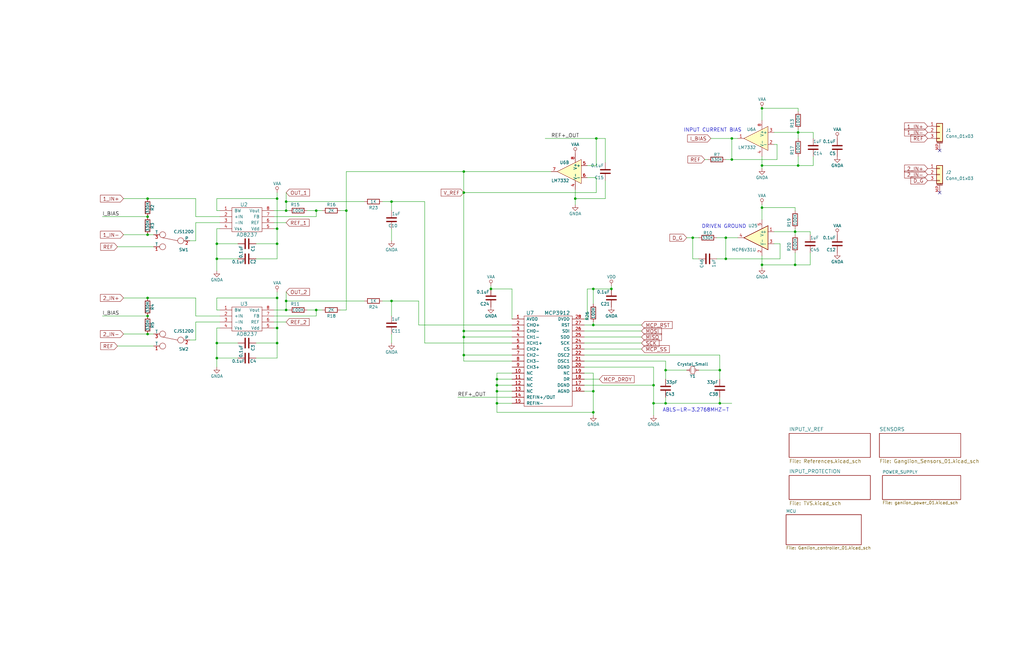
<source format=kicad_sch>
(kicad_sch (version 20250114) (generator "eeschema") (generator_version "9.0")
  (paper "B")
  (title_block (title "Ganglion") (date "2018-1-8") (rev "1.0.1") (company "OpenBCI"))
  (lib_symbols
    (symbol "Connector_Generic_MountingPin:Conn_01x03_MountingPin" (pin_names (offset 1.016) (hide yes))
      (property "Reference" "J" (at 0 5.08 0))
      (property "Value" "Conn_01x03_MountingPin" (at 1.27 -5.08 0))
      (symbol "Conn_01x03_MountingPin_1_1"
        (rectangle (start -1.27 3.81) (end 1.27 -3.81) (stroke (width 0.254)) (fill (type background)))
        (rectangle (start -1.27 2.667) (end 0 2.413) (stroke (width 0.1524)))
        (rectangle (start -1.27 0.127) (end 0 -0.127) (stroke (width 0.1524)))
        (rectangle (start -1.27 -2.413) (end 0 -2.667) (stroke (width 0.1524)))
        (polyline (pts (xy -1.016 -4.572) (xy 1.016 -4.572)) (stroke (width 0.1524)))
        (text "Mounting" (at 0 -4.191 0) (effects (font (size 0.381 0.381))))
        (pin passive line (at -5.08 2.54 0) (length 3.81) (name "Pin_1") (number "1"))
        (pin passive line (at -5.08 0 0) (length 3.81) (name "Pin_2") (number "2"))
        (pin passive line (at -5.08 -2.54 0) (length 3.81) (name "Pin_3") (number "3"))
        (pin passive line (at 0 -7.62 90) (length 3.048) (name "MountPin") (number "MP"))
      )
    )
    (symbol "Ganglion_01-rescue:C" (pin_numbers (hide yes)) (pin_names (offset 0.254))
      (property "Reference" "C" (at 0.635 2.54 0))
      (property "Value" "C" (at 0.635 -2.54 0))
      (symbol "C_0_1"
        (polyline (pts (xy -2.032 0.762) (xy 2.032 0.762)) (stroke (width 0.508)))
        (polyline (pts (xy -2.032 -0.762) (xy 2.032 -0.762)) (stroke (width 0.508)))
      )
      (symbol "C_1_1"
        (pin passive line (at 0 3.81 270) (length 2.794) (name "~") (number "1"))
        (pin passive line (at 0 -3.81 90) (length 2.794) (name "~") (number "2"))
      )
    )
    (symbol "Ganglion_01-rescue:Crystal_Small" (pin_numbers (hide yes)) (pin_names (offset 1.016) (hide yes))
      (property "Reference" "Y" (at 0 2.54 0))
      (property "Value" "Crystal_Small" (at 0 -2.54 0))
      (symbol "Crystal_Small_0_1"
        (polyline (pts (xy -1.27 -0.762) (xy -1.27 0.762)))
        (rectangle (start -0.762 -1.524) (end 0.762 1.524))
        (polyline (pts (xy 1.27 -0.762) (xy 1.27 0.762)))
      )
      (symbol "Crystal_Small_1_1"
        (pin passive line (at -2.54 0 0) (length 1.27) (name "1") (number "1"))
        (pin passive line (at 2.54 0 180) (length 1.27) (name "2") (number "2"))
      )
    )
    (symbol "Ganglion_01-rescue:GNDA" (power) (pin_names (offset 0))
      (property "Value" "GNDA" (at 0 -3.81 0))
      (symbol "GNDA_0_1"
        (polyline (pts (xy 0 0) (xy 0 -1.27) (xy 1.27 -1.27) (xy 0 -2.54) (xy -1.27 -1.27) (xy 0 -1.27)))
      )
      (symbol "GNDA_1_1"
        (pin power_in line (at 0 0 270) (length 0) (hide yes) (name "GNDA") (number "1"))
      )
    )
    (symbol "Ganglion_01-rescue:R" (pin_numbers (hide yes)) (pin_names (offset 0))
      (property "Reference" "R" (at 2.032 0 90))
      (property "Value" "R" (at 0 0 90))
      (symbol "R_0_1"
        (rectangle (start -1.016 -2.54) (end 1.016 2.54) (stroke (width 0.254)))
      )
      (symbol "R_1_1"
        (pin passive line (at 0 3.81 270) (length 1.27) (name "~") (number "1"))
        (pin passive line (at 0 -3.81 90) (length 1.27) (name "~") (number "2"))
      )
    )
    (symbol "Ganglion_01-rescue:VAA" (power) (pin_names (offset 0))
      (property "Value" "VAA" (at 0 3.81 0))
      (symbol "VAA_0_1"
        (circle (center 0 1.905) (radius 0.635))
        (polyline (pts (xy 0 0) (xy 0 1.27)))
      )
      (symbol "VAA_1_1"
        (pin power_in line (at 0 0 90) (length 0) (hide yes) (name "VAA") (number "1"))
      )
    )
    (symbol "Ganglion_01-rescue:VDD" (power) (pin_names (offset 0))
      (property "Value" "VDD" (at 0 3.81 0))
      (symbol "VDD_0_1"
        (circle (center 0 1.905) (radius 0.635))
        (polyline (pts (xy 0 0) (xy 0 1.27)))
      )
      (symbol "VDD_1_1"
        (pin power_in line (at 0 0 90) (length 0) (hide yes) (name "VDD") (number "1"))
      )
    )
    (symbol "OpenBCI:AD8237" (pin_names (offset 1.016))
      (property "Reference" "U" (at -1.27 6.35 0))
      (property "Value" "AD8237" (at 0 -6.35 0))
      (symbol "AD8237_0_1"
        (rectangle (start -6.35 5.08) (end 6.35 -5.08))
      )
      (symbol "AD8237_1_1"
        (pin input line (at -11.43 3.81 0) (length 5.08) (name "BW") (number "1"))
        (pin input line (at -11.43 1.27 0) (length 5.08) (name "+IN") (number "2"))
        (pin input line (at -11.43 -1.27 0) (length 5.08) (name "-IN") (number "3"))
        (pin input line (at -11.43 -3.81 0) (length 5.08) (name "Vss") (number "4"))
        (pin input line (at 11.43 3.81 180) (length 5.08) (name "Vout") (number "8"))
        (pin input line (at 11.43 1.27 180) (length 5.08) (name "FB") (number "7"))
        (pin input line (at 11.43 -1.27 180) (length 5.08) (name "REF") (number "6"))
        (pin input line (at 11.43 -3.81 180) (length 5.08) (name "Vdd") (number "5"))
      )
    )
    (symbol "OpenBCI:CJS1200" (pin_names (offset 0))
      (property "Reference" "SW" (at -5.08 3.81 0))
      (property "Value" "CJS1200" (at -5.08 -3.81 0))
      (property "Datasheet" "http://www.nidec-copal-electronics.com/e/catalog/switch/cjs.pdf" (at 0 0 0))
      (symbol "CJS1200_0_0"
        (circle (center -3.81 0) (radius 1.27))
        (circle (center 3.81 -2.54) (radius 1.27))
      )
      (symbol "CJS1200_0_1"
        (polyline (pts (xy -2.54 0) (xy 3.81 -1.27)))
        (circle (center 3.81 2.54) (radius 1.27))
      )
      (symbol "CJS1200_1_1"
        (pin passive line (at -7.62 0 0) (length 2.54) (name "P") (number "2"))
        (pin passive line (at 7.62 2.54 180) (length 2.54) (name "T") (number "1"))
        (pin passive line (at 7.62 -2.54 180) (length 2.54) (name "T") (number "3"))
      )
    )
    (symbol "OpenBCI:LM7332" (pin_names (offset 0.254))
      (property "Reference" "U" (at 0 3.81 0))
      (property "Value" "LM7332" (at 0 -3.81 0))
      (property "Datasheet" "http://www.ti.com/lit/gpn/lm7332" (at 0 3.81 0))
      (symbol "LM7332_0_1"
        (polyline (pts (xy -5.08 5.08) (xy 5.08 0) (xy -5.08 -5.08) (xy -5.08 5.08)) (stroke (width 0.1524)) (fill (type background)))
        (pin power_in line (at -2.54 7.62 270) (length 3.81) (name "V+") (number "8"))
        (pin power_in line (at -2.54 -7.62 90) (length 3.81) (name "V-") (number "4"))
      )
      (symbol "LM7332_1_1"
        (pin input line (at -7.62 2.54 0) (length 2.54) (name "+") (number "3"))
        (pin input line (at -7.62 -2.54 0) (length 2.54) (name "-") (number "2"))
        (pin output line (at 7.62 0 180) (length 2.54) (name "~") (number "1"))
      )
      (symbol "LM7332_2_1"
        (pin input line (at -7.62 2.54 0) (length 2.54) (name "+") (number "5"))
        (pin input line (at -7.62 -2.54 0) (length 2.54) (name "-") (number "6"))
        (pin output line (at 7.62 0 180) (length 2.54) (name "~") (number "7"))
      )
    )
    (symbol "OpenBCI:MCP3912" (pin_names (offset 1.016))
      (property "Reference" "U" (at -7.62 19.05 0))
      (property "Value" "MCP3912" (at 3.81 19.05 0))
      (symbol "MCP3912_0_1"
        (rectangle (start -10.16 17.78) (end 10.16 -20.32))
      )
      (symbol "MCP3912_1_1"
        (pin power_in line (at -15.24 16.51 0) (length 5.08) (name "AVDD") (number "1"))
        (pin input line (at -15.24 13.97 0) (length 5.08) (name "CHO+") (number "2"))
        (pin input line (at -15.24 11.43 0) (length 5.08) (name "CH0-") (number "3"))
        (pin input line (at -15.24 8.89 0) (length 5.08) (name "CH1-") (number "4"))
        (pin input line (at -15.24 6.35 0) (length 5.08) (name "XCH1+") (number "5"))
        (pin input line (at -15.24 3.81 0) (length 5.08) (name "CH2+") (number "6"))
        (pin input line (at -15.24 1.27 0) (length 5.08) (name "CH2-") (number "7"))
        (pin input line (at -15.24 -1.27 0) (length 5.08) (name "CH3-") (number "8"))
        (pin input line (at -15.24 -3.81 0) (length 5.08) (name "CH3+") (number "9"))
        (pin input line (at -15.24 -6.35 0) (length 5.08) (name "NC") (number "10"))
        (pin input line (at -15.24 -8.89 0) (length 5.08) (name "NC") (number "11"))
        (pin input line (at -15.24 -11.43 0) (length 5.08) (name "NC") (number "12"))
        (pin input line (at -15.24 -13.97 0) (length 5.08) (name "NC") (number "13"))
        (pin input line (at -15.24 -16.51 0) (length 5.08) (name "REFIN+/OUT") (number "14"))
        (pin input line (at -15.24 -19.05 0) (length 5.08) (name "REFIN-") (number "15"))
        (pin power_in line (at 15.24 16.51 180) (length 5.08) (name "DVDD") (number "28"))
        (pin input line (at 15.24 13.97 180) (length 5.08) (name "RST") (number "27"))
        (pin input line (at 15.24 11.43 180) (length 5.08) (name "SDI") (number "26"))
        (pin output line (at 15.24 8.89 180) (length 5.08) (name "SDO") (number "25"))
        (pin input line (at 15.24 6.35 180) (length 5.08) (name "SCK") (number "24"))
        (pin input line (at 15.24 3.81 180) (length 5.08) (name "CS") (number "23"))
        (pin input line (at 15.24 1.27 180) (length 5.08) (name "OSC2") (number "22"))
        (pin input line (at 15.24 -1.27 180) (length 5.08) (name "OSC1") (number "21"))
        (pin power_in line (at 15.24 -3.81 180) (length 5.08) (name "DGND") (number "20"))
        (pin power_in line (at 15.24 -6.35 180) (length 5.08) (name "NC") (number "19"))
        (pin power_in line (at 15.24 -8.89 180) (length 5.08) (name "DR") (number "18"))
        (pin power_in line (at 15.24 -11.43 180) (length 5.08) (name "DGND") (number "17"))
        (pin power_in line (at 15.24 -13.97 180) (length 5.08) (name "AGND") (number "16"))
      )
    )
    (symbol "OpenBCI:MCP6V31U"
      (property "Reference" "U" (at 1.27 5.08 0))
      (property "Value" "MCP6V31U" (at 5.08 -5.08 0))
      (property "Datasheet" "http://ww1.microchip.com/downloads/en/DeviceDoc/21733j.pdf" (at 1.27 5.08 0))
      (symbol "MCP6V31U_0_1"
        (polyline (pts (xy -5.08 5.08) (xy 5.08 0) (xy -5.08 -5.08) (xy -5.08 5.08)) (stroke (width 0.254)) (fill (type background)))
      )
      (symbol "MCP6V31U_1_1"
        (pin input line (at -7.62 2.54 0) (length 2.54) (name "+") (number "1"))
        (pin input line (at -7.62 -2.54 0) (length 2.54) (name "-") (number "3"))
        (pin input line (at -2.54 7.62 270) (length 3.81) (name "V+") (number "5"))
        (pin input line (at -2.54 -7.62 90) (length 3.81) (name "V-") (number "2"))
        (pin output line (at 7.62 0 180) (length 2.54) (name "~") (number "4"))
      )
    )
  )
  (text "INPUT CURRENT BIAS" (at 288.29 55.88 0) (effects (font (size 1.524 1.524)) (justify left bottom)))
  (text "ABLS-LR-3.2768MHZ-T\n" (at 279.4 173.99 0) (effects (font (size 1.524 1.524)) (justify left bottom)))
  (text "DRIVEN GROUND" (at 295.91 96.52 0) (effects (font (size 1.524 1.524)) (justify left bottom)))
  (junction (at 165.1 127))
  (junction (at 91.44 144.78))
  (junction (at 62.23 133.35))
  (junction (at 195.58 72.39))
  (junction (at 250.19 137.16))
  (junction (at 91.44 151.13))
  (junction (at 292.1 100.33))
  (junction (at 195.58 139.7))
  (junction (at 275.59 170.18))
  (junction (at 195.58 142.24))
  (junction (at 336.55 69.85))
  (junction (at 116.84 125.73))
  (junction (at 250.19 165.1))
  (junction (at 116.84 138.43))
  (junction (at 303.53 170.18))
  (junction (at 116.84 83.82))
  (junction (at 91.44 109.22))
  (junction (at 62.23 83.82))
  (junction (at 321.31 87.63))
  (junction (at 62.23 140.97))
  (junction (at 321.31 45.72))
  (junction (at 280.67 170.18))
  (junction (at 303.53 156.21))
  (junction (at 207.01 121.92))
  (junction (at 195.58 149.86))
  (junction (at 209.55 170.18))
  (junction (at 116.84 96.52))
  (junction (at 146.05 88.9))
  (junction (at 209.55 162.56))
  (junction (at 257.81 121.92))
  (junction (at 116.84 102.87))
  (junction (at 133.35 130.81))
  (junction (at 250.19 121.92))
  (junction (at 308.61 67.31))
  (junction (at 321.31 111.76))
  (junction (at 91.44 102.87))
  (junction (at 195.58 81.28))
  (junction (at 62.23 91.44))
  (junction (at 120.65 127))
  (junction (at 133.35 88.9))
  (junction (at 275.59 162.56))
  (junction (at 306.07 100.33))
  (junction (at 62.23 125.73))
  (junction (at 306.07 109.22))
  (junction (at 335.28 97.79))
  (junction (at 209.55 160.02))
  (junction (at 308.61 58.42))
  (junction (at 321.31 69.85))
  (junction (at 120.65 130.81))
  (junction (at 120.65 85.09))
  (junction (at 336.55 55.88))
  (junction (at 165.1 85.09))
  (junction (at 242.57 83.82))
  (junction (at 116.84 144.78))
  (junction (at 120.65 88.9))
  (junction (at 62.23 99.06))
  (junction (at 250.19 173.99))
  (junction (at 251.46 58.42))
  (junction (at 335.28 111.76))
  (junction (at 280.67 156.21))
  (junction (at 209.55 165.1))
  (no_connect (at 396.24 81.28))
  (no_connect (at 396.24 63.5))
  (wire (pts (xy 92.71 96.52) (xy 91.44 96.52)))
  (wire (pts (xy 91.44 138.43) (xy 92.71 138.43)))
  (wire (pts (xy 292.1 109.22) (xy 292.1 100.33)))
  (wire (pts (xy 229.87 58.42) (xy 251.46 58.42)))
  (wire (pts (xy 195.58 139.7) (xy 195.58 142.24)))
  (wire (pts (xy 335.28 97.79) (xy 341.63 97.79)))
  (wire (pts (xy 215.9 149.86) (xy 195.58 149.86)))
  (wire (pts (xy 342.9 69.85) (xy 342.9 66.04)))
  (wire (pts (xy 165.1 85.09) (xy 179.07 85.09)))
  (wire (pts (xy 251.46 81.28) (xy 195.58 81.28)))
  (wire (pts (xy 215.9 121.92) (xy 215.9 134.62)))
  (wire (pts (xy 215.9 157.48) (xy 209.55 157.48)))
  (wire (pts (xy 43.18 91.44) (xy 62.23 91.44)))
  (wire (pts (xy 294.64 156.21) (xy 303.53 156.21)))
  (wire (pts (xy 209.55 157.48) (xy 209.55 160.02)))
  (wire (pts (xy 116.84 102.87) (xy 107.95 102.87)))
  (wire (pts (xy 280.67 156.21) (xy 280.67 160.02)))
  (wire (pts (xy 302.26 100.33) (xy 306.07 100.33)))
  (wire (pts (xy 250.19 121.92) (xy 250.19 128.27)))
  (wire (pts (xy 303.53 167.64) (xy 303.53 170.18)))
  (wire (pts (xy 215.9 165.1) (xy 209.55 165.1)))
  (wire (pts (xy 62.23 99.06) (xy 64.77 99.06)))
  (wire (pts (xy 52.07 83.82) (xy 62.23 83.82)))
  (wire (pts (xy 255.27 83.82) (xy 242.57 83.82)))
  (wire (pts (xy 115.57 91.44) (xy 133.35 91.44)))
  (wire (pts (xy 299.72 58.42) (xy 308.61 58.42)))
  (wire (pts (xy 308.61 67.31) (xy 306.07 67.31)))
  (wire (pts (xy 247.65 121.92) (xy 247.65 134.62)))
  (wire (pts (xy 246.38 142.24) (xy 270.51 142.24)))
  (wire (pts (xy 116.84 151.13) (xy 107.95 151.13)))
  (wire (pts (xy 52.07 125.73) (xy 62.23 125.73)))
  (wire (pts (xy 100.33 102.87) (xy 91.44 102.87)))
  (wire (pts (xy 246.38 157.48) (xy 250.19 157.48)))
  (wire (pts (xy 49.53 104.14) (xy 64.77 104.14)))
  (wire (pts (xy 209.55 173.99) (xy 250.19 173.99)))
  (wire (pts (xy 255.27 58.42) (xy 255.27 68.58)))
  (wire (pts (xy 193.04 167.64) (xy 215.9 167.64)))
  (wire (pts (xy 303.53 149.86) (xy 303.53 156.21)))
  (wire (pts (xy 328.93 109.22) (xy 306.07 109.22)))
  (wire (pts (xy 209.55 165.1) (xy 209.55 170.18)))
  (wire (pts (xy 176.53 127) (xy 176.53 137.16)))
  (wire (pts (xy 120.65 85.09) (xy 153.67 85.09)))
  (wire (pts (xy 179.07 144.78) (xy 215.9 144.78)))
  (wire (pts (xy 251.46 74.93) (xy 251.46 81.28)))
  (wire (pts (xy 209.55 170.18) (xy 215.9 170.18)))
  (wire (pts (xy 255.27 76.2) (xy 255.27 83.82)))
  (wire (pts (xy 92.71 130.81) (xy 91.44 130.81)))
  (wire (pts (xy 335.28 96.52) (xy 335.28 97.79)))
  (wire (pts (xy 321.31 66.04) (xy 321.31 69.85)))
  (wire (pts (xy 341.63 111.76) (xy 341.63 106.68)))
  (wire (pts (xy 195.58 142.24) (xy 195.58 149.86)))
  (wire (pts (xy 91.44 96.52) (xy 91.44 102.87)))
  (wire (pts (xy 246.38 162.56) (xy 275.59 162.56)))
  (wire (pts (xy 250.19 173.99) (xy 250.19 175.26)))
  (wire (pts (xy 146.05 72.39) (xy 195.58 72.39)))
  (wire (pts (xy 250.19 165.1) (xy 250.19 173.99)))
  (wire (pts (xy 62.23 125.73) (xy 82.55 125.73)))
  (wire (pts (xy 120.65 123.19) (xy 120.65 127)))
  (wire (pts (xy 321.31 111.76) (xy 321.31 113.03)))
  (wire (pts (xy 326.39 60.96) (xy 327.66 60.96)))
  (wire (pts (xy 120.65 85.09) (xy 120.65 88.9)))
  (wire (pts (xy 336.55 69.85) (xy 342.9 69.85)))
  (wire (pts (xy 250.19 137.16) (xy 270.51 137.16)))
  (wire (pts (xy 342.9 55.88) (xy 342.9 58.42)))
  (wire (pts (xy 321.31 69.85) (xy 336.55 69.85)))
  (wire (pts (xy 133.35 88.9) (xy 133.35 91.44)))
  (wire (pts (xy 62.23 140.97) (xy 64.77 140.97)))
  (wire (pts (xy 91.44 109.22) (xy 100.33 109.22)))
  (wire (pts (xy 82.55 101.6) (xy 80.01 101.6)))
  (wire (pts (xy 195.58 152.4) (xy 215.9 152.4)))
  (wire (pts (xy 336.55 54.61) (xy 336.55 55.88)))
  (wire (pts (xy 321.31 69.85) (xy 321.31 71.12)))
  (wire (pts (xy 92.71 133.35) (xy 82.55 133.35)))
  (wire (pts (xy 247.65 69.85) (xy 251.46 69.85)))
  (wire (pts (xy 116.84 81.28) (xy 116.84 83.82)))
  (wire (pts (xy 82.55 133.35) (xy 82.55 125.73)))
  (wire (pts (xy 115.57 133.35) (xy 133.35 133.35)))
  (wire (pts (xy 336.55 55.88) (xy 336.55 58.42)))
  (wire (pts (xy 335.28 88.9) (xy 335.28 87.63)))
  (wire (pts (xy 289.56 156.21) (xy 280.67 156.21)))
  (wire (pts (xy 82.55 135.89) (xy 92.71 135.89)))
  (wire (pts (xy 215.9 162.56) (xy 209.55 162.56)))
  (wire (pts (xy 215.9 139.7) (xy 195.58 139.7)))
  (wire (pts (xy 251.46 69.85) (xy 251.46 58.42)))
  (wire (pts (xy 195.58 149.86) (xy 195.58 152.4)))
  (wire (pts (xy 143.51 130.81) (xy 146.05 130.81)))
  (wire (pts (xy 120.65 93.98) (xy 115.57 93.98)))
  (wire (pts (xy 143.51 88.9) (xy 146.05 88.9)))
  (wire (pts (xy 341.63 97.79) (xy 341.63 99.06)))
  (wire (pts (xy 115.57 88.9) (xy 120.65 88.9)))
  (wire (pts (xy 321.31 45.72) (xy 336.55 45.72)))
  (wire (pts (xy 133.35 130.81) (xy 133.35 133.35)))
  (wire (pts (xy 294.64 109.22) (xy 292.1 109.22)))
  (wire (pts (xy 120.65 130.81) (xy 121.92 130.81)))
  (wire (pts (xy 246.38 144.78) (xy 270.51 144.78)))
  (wire (pts (xy 129.54 88.9) (xy 133.35 88.9)))
  (wire (pts (xy 246.38 149.86) (xy 303.53 149.86)))
  (wire (pts (xy 306.07 100.33) (xy 311.15 100.33)))
  (wire (pts (xy 306.07 109.22) (xy 302.26 109.22)))
  (wire (pts (xy 115.57 130.81) (xy 120.65 130.81)))
  (wire (pts (xy 246.38 152.4) (xy 280.67 152.4)))
  (wire (pts (xy 176.53 137.16) (xy 215.9 137.16)))
  (wire (pts (xy 92.71 88.9) (xy 91.44 88.9)))
  (wire (pts (xy 247.65 134.62) (xy 246.38 134.62)))
  (wire (pts (xy 195.58 72.39) (xy 232.41 72.39)))
  (wire (pts (xy 100.33 151.13) (xy 91.44 151.13)))
  (wire (pts (xy 298.45 67.31) (xy 297.18 67.31)))
  (wire (pts (xy 82.55 93.98) (xy 82.55 101.6)))
  (wire (pts (xy 292.1 100.33) (xy 294.64 100.33)))
  (wire (pts (xy 165.1 127) (xy 161.29 127)))
  (wire (pts (xy 336.55 55.88) (xy 342.9 55.88)))
  (wire (pts (xy 116.84 138.43) (xy 116.84 144.78)))
  (wire (pts (xy 247.65 74.93) (xy 251.46 74.93)))
  (wire (pts (xy 246.38 147.32) (xy 270.51 147.32)))
  (wire (pts (xy 120.65 88.9) (xy 121.92 88.9)))
  (wire (pts (xy 275.59 154.94) (xy 275.59 162.56)))
  (wire (pts (xy 321.31 45.72) (xy 321.31 50.8)))
  (wire (pts (xy 146.05 88.9) (xy 146.05 130.81)))
  (wire (pts (xy 303.53 170.18) (xy 308.61 170.18)))
  (wire (pts (xy 52.07 140.97) (xy 62.23 140.97)))
  (wire (pts (xy 91.44 125.73) (xy 116.84 125.73)))
  (wire (pts (xy 209.55 170.18) (xy 209.55 173.99)))
  (wire (pts (xy 321.31 107.95) (xy 321.31 111.76)))
  (wire (pts (xy 116.84 125.73) (xy 116.84 138.43)))
  (wire (pts (xy 115.57 96.52) (xy 116.84 96.52)))
  (wire (pts (xy 92.71 91.44) (xy 82.55 91.44)))
  (wire (pts (xy 116.84 138.43) (xy 115.57 138.43)))
  (wire (pts (xy 321.31 111.76) (xy 335.28 111.76)))
  (wire (pts (xy 336.55 66.04) (xy 336.55 69.85)))
  (wire (pts (xy 82.55 91.44) (xy 82.55 83.82)))
  (wire (pts (xy 120.65 127) (xy 153.67 127)))
  (wire (pts (xy 246.38 139.7) (xy 270.51 139.7)))
  (wire (pts (xy 275.59 170.18) (xy 280.67 170.18)))
  (wire (pts (xy 133.35 88.9) (xy 135.89 88.9)))
  (wire (pts (xy 242.57 83.82) (xy 242.57 86.36)))
  (wire (pts (xy 161.29 85.09) (xy 165.1 85.09)))
  (wire (pts (xy 280.67 167.64) (xy 280.67 170.18)))
  (wire (pts (xy 179.07 85.09) (xy 179.07 144.78)))
  (wire (pts (xy 135.89 130.81) (xy 133.35 130.81)))
  (wire (pts (xy 207.01 121.92) (xy 215.9 121.92)))
  (wire (pts (xy 116.84 109.22) (xy 107.95 109.22)))
  (wire (pts (xy 250.19 137.16) (xy 250.19 135.89)))
  (wire (pts (xy 146.05 72.39) (xy 146.05 88.9)))
  (wire (pts (xy 91.44 83.82) (xy 116.84 83.82)))
  (wire (pts (xy 250.19 121.92) (xy 257.81 121.92)))
  (wire (pts (xy 326.39 102.87) (xy 328.93 102.87)))
  (wire (pts (xy 43.18 133.35) (xy 62.23 133.35)))
  (wire (pts (xy 209.55 160.02) (xy 209.55 162.56)))
  (wire (pts (xy 165.1 127) (xy 176.53 127)))
  (wire (pts (xy 82.55 93.98) (xy 92.71 93.98)))
  (wire (pts (xy 246.38 160.02) (xy 252.73 160.02)))
  (wire (pts (xy 215.9 142.24) (xy 195.58 142.24)))
  (wire (pts (xy 275.59 162.56) (xy 275.59 170.18)))
  (wire (pts (xy 91.44 151.13) (xy 91.44 154.94)))
  (wire (pts (xy 335.28 106.68) (xy 335.28 111.76)))
  (wire (pts (xy 195.58 81.28) (xy 195.58 139.7)))
  (wire (pts (xy 52.07 99.06) (xy 62.23 99.06)))
  (wire (pts (xy 251.46 58.42) (xy 255.27 58.42)))
  (wire (pts (xy 207.01 120.65) (xy 207.01 121.92)))
  (wire (pts (xy 335.28 111.76) (xy 341.63 111.76)))
  (wire (pts (xy 91.44 138.43) (xy 91.44 144.78)))
  (wire (pts (xy 321.31 87.63) (xy 321.31 92.71)))
  (wire (pts (xy 326.39 55.88) (xy 336.55 55.88)))
  (wire (pts (xy 289.56 100.33) (xy 292.1 100.33)))
  (wire (pts (xy 120.65 127) (xy 120.65 130.81)))
  (wire (pts (xy 336.55 45.72) (xy 336.55 46.99)))
  (wire (pts (xy 246.38 154.94) (xy 275.59 154.94)))
  (wire (pts (xy 308.61 58.42) (xy 308.61 67.31)))
  (wire (pts (xy 250.19 157.48) (xy 250.19 165.1)))
  (wire (pts (xy 165.1 96.52) (xy 165.1 101.6)))
  (wire (pts (xy 303.53 156.21) (xy 303.53 160.02)))
  (wire (pts (xy 116.84 96.52) (xy 116.84 102.87)))
  (wire (pts (xy 306.07 109.22) (xy 306.07 100.33)))
  (wire (pts (xy 215.9 160.02) (xy 209.55 160.02)))
  (wire (pts (xy 275.59 170.18) (xy 275.59 175.26)))
  (wire (pts (xy 328.93 102.87) (xy 328.93 109.22)))
  (wire (pts (xy 82.55 135.89) (xy 82.55 143.51)))
  (wire (pts (xy 91.44 144.78) (xy 91.44 151.13)))
  (wire (pts (xy 246.38 137.16) (xy 250.19 137.16)))
  (wire (pts (xy 280.67 152.4) (xy 280.67 156.21)))
  (wire (pts (xy 209.55 162.56) (xy 209.55 165.1)))
  (wire (pts (xy 116.84 123.19) (xy 116.84 125.73)))
  (wire (pts (xy 242.57 80.01) (xy 242.57 83.82)))
  (wire (pts (xy 91.44 88.9) (xy 91.44 83.82)))
  (wire (pts (xy 116.84 144.78) (xy 107.95 144.78)))
  (wire (pts (xy 116.84 102.87) (xy 116.84 109.22)))
  (wire (pts (xy 49.53 146.05) (xy 64.77 146.05)))
  (wire (pts (xy 327.66 60.96) (xy 327.66 67.31)))
  (wire (pts (xy 195.58 72.39) (xy 195.58 81.28)))
  (wire (pts (xy 91.44 130.81) (xy 91.44 125.73)))
  (wire (pts (xy 247.65 121.92) (xy 250.19 121.92)))
  (wire (pts (xy 326.39 97.79) (xy 335.28 97.79)))
  (wire (pts (xy 165.1 85.09) (xy 165.1 88.9)))
  (wire (pts (xy 120.65 81.28) (xy 120.65 85.09)))
  (wire (pts (xy 115.57 135.89) (xy 120.65 135.89)))
  (wire (pts (xy 165.1 140.97) (xy 165.1 144.78)))
  (wire (pts (xy 308.61 58.42) (xy 311.15 58.42)))
  (wire (pts (xy 327.66 67.31) (xy 308.61 67.31)))
  (wire (pts (xy 116.84 144.78) (xy 116.84 151.13)))
  (wire (pts (xy 91.44 102.87) (xy 91.44 109.22)))
  (wire (pts (xy 82.55 83.82) (xy 62.23 83.82)))
  (wire (pts (xy 335.28 97.79) (xy 335.28 99.06)))
  (wire (pts (xy 335.28 87.63) (xy 321.31 87.63)))
  (wire (pts (xy 91.44 109.22) (xy 91.44 114.3)))
  (wire (pts (xy 250.19 165.1) (xy 246.38 165.1)))
  (wire (pts (xy 257.81 120.65) (xy 257.81 121.92)))
  (wire (pts (xy 321.31 86.36) (xy 321.31 87.63)))
  (wire (pts (xy 280.67 170.18) (xy 303.53 170.18)))
  (wire (pts (xy 116.84 83.82) (xy 116.84 96.52)))
  (wire (pts (xy 100.33 144.78) (xy 91.44 144.78)))
  (wire (pts (xy 133.35 130.81) (xy 129.54 130.81)))
  (wire (pts (xy 165.1 127) (xy 165.1 133.35)))
  (wire (pts (xy 82.55 143.51) (xy 80.01 143.51)))
  (label "REF+_OUT" (at 193.04 167.64 0) (effects (font (size 1.524 1.524))))
  (label "REF+_OUT" (at 232.41 58.42 0) (effects (font (size 1.524 1.524))))
  (label "I_BIAS" (at 43.18 133.35 0) (effects (font (size 1.524 1.524))))
  (label "I_BIAS" (at 43.18 91.44 0) (effects (font (size 1.524 1.524))))
  (global_label "2_IN-" (shape input) (at 391.16 73.66 180) (effects (font (size 1.524 1.524))) (property "Intersheetrefs" "${INTERSHEET_REFS}" (effects (hide yes))))
  (global_label "2_IN-" (shape input) (at 52.07 140.97 180) (effects (font (size 1.524 1.524))) (property "Intersheetrefs" "${INTERSHEET_REFS}" (effects (hide yes))))
  (global_label "1_IN-" (shape input) (at 52.07 99.06 180) (effects (font (size 1.524 1.524))) (property "Intersheetrefs" "${INTERSHEET_REFS}" (effects (hide yes))))
  (global_label "D_G" (shape input) (at 289.56 100.33 180) (effects (font (size 1.524 1.524))) (property "Intersheetrefs" "${INTERSHEET_REFS}" (effects (hide yes))))
  (global_label "REF" (shape input) (at 391.16 58.42 180) (effects (font (size 1.524 1.524))) (property "Intersheetrefs" "${INTERSHEET_REFS}" (effects (hide yes))))
  (global_label "MCP_DRDY" (shape input) (at 252.73 160.02 0) (effects (font (size 1.524 1.524))) (property "Intersheetrefs" "${INTERSHEET_REFS}" (effects (hide yes))))
  (global_label "D_G" (shape input) (at 391.16 76.2 180) (effects (font (size 1.524 1.524))) (property "Intersheetrefs" "${INTERSHEET_REFS}" (effects (hide yes))))
  (global_label "REF" (shape input) (at 297.18 67.31 180) (effects (font (size 1.524 1.524))) (property "Intersheetrefs" "${INTERSHEET_REFS}" (effects (hide yes))))
  (global_label "REF" (shape input) (at 49.53 146.05 180) (effects (font (size 1.524 1.524))) (property "Intersheetrefs" "${INTERSHEET_REFS}" (effects (hide yes))))
  (global_label "1_IN+" (shape input) (at 391.16 53.34 180) (effects (font (size 1.524 1.524))) (property "Intersheetrefs" "${INTERSHEET_REFS}" (effects (hide yes))))
  (global_label "REF_2" (shape input) (at 120.65 135.89 0) (effects (font (size 1.524 1.524))) (property "Intersheetrefs" "${INTERSHEET_REFS}" (effects (hide yes))))
  (global_label "1_IN-" (shape input) (at 391.16 55.88 180) (effects (font (size 1.524 1.524))) (property "Intersheetrefs" "${INTERSHEET_REFS}" (effects (hide yes))))
  (global_label "OUT_1" (shape input) (at 120.65 81.28 0) (effects (font (size 1.524 1.524))) (property "Intersheetrefs" "${INTERSHEET_REFS}" (effects (hide yes))))
  (global_label "V_REF" (shape input) (at 195.58 81.28 180) (effects (font (size 1.524 1.524))) (property "Intersheetrefs" "${INTERSHEET_REFS}" (effects (hide yes))))
  (global_label "2_IN+" (shape input) (at 391.16 71.12 180) (effects (font (size 1.524 1.524))) (property "Intersheetrefs" "${INTERSHEET_REFS}" (effects (hide yes))))
  (global_label "SCK" (shape input) (at 270.51 144.78 0) (effects (font (size 1.524 1.524))) (property "Intersheetrefs" "${INTERSHEET_REFS}" (effects (hide yes))))
  (global_label "I_BIAS" (shape input) (at 299.72 58.42 180) (effects (font (size 1.524 1.524))) (property "Intersheetrefs" "${INTERSHEET_REFS}" (effects (hide yes))))
  (global_label "OUT_2" (shape input) (at 120.65 123.19 0) (effects (font (size 1.524 1.524))) (property "Intersheetrefs" "${INTERSHEET_REFS}" (effects (hide yes))))
  (global_label "MCP_RST" (shape input) (at 270.51 137.16 0) (effects (font (size 1.524 1.524))) (property "Intersheetrefs" "${INTERSHEET_REFS}" (effects (hide yes))))
  (global_label "1_IN+" (shape input) (at 52.07 83.82 180) (effects (font (size 1.524 1.524))) (property "Intersheetrefs" "${INTERSHEET_REFS}" (effects (hide yes))))
  (global_label "REF" (shape input) (at 49.53 104.14 180) (effects (font (size 1.524 1.524))) (property "Intersheetrefs" "${INTERSHEET_REFS}" (effects (hide yes))))
  (global_label "MCP_SS" (shape input) (at 270.51 147.32 0) (effects (font (size 1.524 1.524))) (property "Intersheetrefs" "${INTERSHEET_REFS}" (effects (hide yes))))
  (global_label "MISO" (shape input) (at 270.51 142.24 0) (effects (font (size 1.524 1.524))) (property "Intersheetrefs" "${INTERSHEET_REFS}" (effects (hide yes))))
  (global_label "2_IN+" (shape input) (at 52.07 125.73 180) (effects (font (size 1.524 1.524))) (property "Intersheetrefs" "${INTERSHEET_REFS}" (effects (hide yes))))
  (global_label "REF_1" (shape input) (at 120.65 93.98 0) (effects (font (size 1.524 1.524))) (property "Intersheetrefs" "${INTERSHEET_REFS}" (effects (hide yes))))
  (global_label "MOSI" (shape input) (at 270.51 139.7 0) (effects (font (size 1.524 1.524))) (property "Intersheetrefs" "${INTERSHEET_REFS}" (effects (hide yes))))
  (symbol (lib_id "OpenBCI:MCP3912") (at 231.14 151.13 0) (unit 1)
    (property "Reference" "U7" (at 223.52 132.08 0) (effects (font (size 1.524 1.524))))
    (property "Value" "MCP3912" (at 234.95 132.08 0) (effects (font (size 1.524 1.524))))
    (property "Footprint" "Package_SO:SSOP-28_5.3x10.2mm_P0.65mm" (effects (hide yes)))
    (property "MPN" "MCP3912A1-E/SS" (effects (hide yes)))
    (property "SPN" "579-MCP3912A1-E/SS" (effects (hide yes)))
  )
  (symbol (lib_id "Ganglion_01-rescue:C") (at 104.14 151.13 270) (unit 1)
    (property "Reference" "C4" (at 105.41 152.4 90) (effects (justify left)))
    (property "Value" "0.1uF" (at 97.79 152.4 90) (effects (justify left)))
    (property "Footprint" "Capacitor_SMD:C_0402_1005Metric" (effects (hide yes)))
    (property "MPN" "GRM155R71C104KA88J" (effects (hide yes)))
    (property "SPN" "490-6328-1-ND" (effects (hide yes)))
  )
  (symbol (lib_id "Ganglion_01-rescue:C") (at 104.14 109.22 270) (unit 1)
    (property "Reference" "C2" (at 105.41 110.49 90) (effects (justify left)))
    (property "Value" "0.1uF" (at 97.79 110.49 90) (effects (justify left)))
    (property "Footprint" "Capacitor_SMD:C_0402_1005Metric" (effects (hide yes)))
    (property "MPN" "GRM155R71C104KA88J" (effects (hide yes)))
    (property "SPN" "490-6328-1-ND" (effects (hide yes)))
  )
  (symbol (lib_id "Ganglion_01-rescue:C") (at 165.1 92.71 180) (unit 1)
    (property "Reference" "C10" (at 167.64 95.25 0) (effects (justify left)))
    (property "Value" "1uF" (at 168.91 90.17 0) (effects (justify left)))
    (property "Footprint" "Capacitor_SMD:C_0603_1608Metric" (effects (hide yes)))
    (property "MPN" "CC0603KRX7R7BB105" (effects (hide yes)))
    (property "SPN" "311-1446-1-ND" (effects (hide yes)))
  )
  (symbol (lib_id "Ganglion_01-rescue:C") (at 165.1 137.16 0) (unit 1)
    (property "Reference" "C11" (at 165.1 139.7 0) (effects (justify left)))
    (property "Value" "1uF" (at 165.1 134.62 0) (effects (justify left)))
    (property "Footprint" "Capacitor_SMD:C_0603_1608Metric" (effects (hide yes)))
    (property "MPN" "CC0603KRX7R7BB105" (effects (hide yes)))
    (property "SPN" "311-1446-1-ND" (effects (hide yes)))
  )
  (symbol (lib_id "Ganglion_01-rescue:R") (at 62.23 87.63 0) (unit 1)
    (property "Reference" "R2" (at 64.262 87.63 90))
    (property "Value" "330K" (at 62.23 87.63 90))
    (property "Footprint" "Resistor_SMD:R_0402_1005Metric" (effects (hide yes)))
    (property "MPN" "ERJ-2RKF3303X" (effects (hide yes)))
    (property "SPN" "P330KLCT-ND" (effects (hide yes)))
  )
  (symbol (lib_id "Ganglion_01-rescue:VAA") (at 116.84 81.28 0) (unit 1)
    (property "Reference" "#PWR01" (effects (hide yes)))
    (property "Value" "VAA" (at 116.84 77.47 0))
  )
  (symbol (lib_id "Ganglion_01-rescue:VAA") (at 116.84 123.19 0) (unit 1)
    (property "Reference" "#PWR02" (effects (hide yes)))
    (property "Value" "VAA" (at 116.84 119.38 0))
  )
  (symbol (lib_id "Ganglion_01-rescue:VAA") (at 242.57 64.77 0) (unit 1)
    (property "Reference" "#PWR05" (effects (hide yes)))
    (property "Value" "VAA" (at 242.57 60.96 0))
  )
  (symbol (lib_id "Ganglion_01-rescue:VAA") (at 207.01 120.65 0) (unit 1)
    (property "Reference" "#PWR06" (effects (hide yes)))
    (property "Value" "VAA" (at 207.01 116.84 0))
  )
  (symbol (lib_id "Ganglion_01-rescue:VAA") (at 321.31 45.72 0) (unit 1)
    (property "Reference" "#PWR07" (effects (hide yes)))
    (property "Value" "VAA" (at 321.31 41.91 0))
  )
  (symbol (lib_id "Ganglion_01-rescue:GNDA") (at 321.31 71.12 0) (unit 1)
    (property "Reference" "#PWR08" (effects (hide yes)))
    (property "Value" "GNDA" (at 321.31 74.93 0))
  )
  (symbol (lib_id "Ganglion_01-rescue:GNDA") (at 242.57 86.36 0) (unit 1)
    (property "Reference" "#PWR09" (effects (hide yes)))
    (property "Value" "GNDA" (at 242.57 90.17 0))
  )
  (symbol (lib_id "Ganglion_01-rescue:VDD") (at 257.81 120.65 0) (unit 1)
    (property "Reference" "#PWR010" (effects (hide yes)))
    (property "Value" "VDD" (at 257.81 116.84 0))
  )
  (symbol (lib_id "Ganglion_01-rescue:GNDA") (at 250.19 175.26 0) (unit 1)
    (property "Reference" "#PWR011" (effects (hide yes)))
    (property "Value" "GNDA" (at 250.19 179.07 0))
  )
  (symbol (lib_id "OpenBCI:AD8237") (at 104.14 92.71 0) (unit 1)
    (property "Reference" "U2" (at 102.87 86.36 0) (effects (font (size 1.524 1.524))))
    (property "Value" "AD8237" (at 104.14 99.06 0) (effects (font (size 1.524 1.524))))
    (property "Footprint" "Package_SO:MSOP-8_3x3mm_P0.65mm" (effects (hide yes)))
    (property "MPN" "AD8237ARMZ" (effects (hide yes)))
    (property "SPN" "505-AD8237ARMZ-ND" (effects (hide yes)))
  )
  (symbol (lib_id "Ganglion_01-rescue:R") (at 157.48 85.09 270) (unit 1)
    (property "Reference" "R23" (at 157.48 87.63 90))
    (property "Value" "1K" (at 157.48 85.09 90))
    (property "Footprint" "Resistor_SMD:R_0402_1005Metric" (effects (hide yes)))
    (property "MPN" "ERJ-2RKF1001X" (effects (hide yes)))
    (property "SPN" "P1.00KLCT-ND" (effects (hide yes)))
  )
  (symbol (lib_id "Ganglion_01-rescue:R") (at 139.7 88.9 90) (unit 1)
    (property "Reference" "R16" (at 139.7 86.36 90))
    (property "Value" "2K" (at 139.7 88.9 90))
    (property "Footprint" "Resistor_SMD:R_0402_1005Metric" (effects (hide yes)))
    (property "MPN" "ERJ-2RKF2001X" (effects (hide yes)))
    (property "SPN" "P2.00KLCT-ND" (effects (hide yes)))
  )
  (symbol (lib_id "Ganglion_01-rescue:R") (at 125.73 88.9 270) (unit 1)
    (property "Reference" "R15" (at 124.46 86.36 90))
    (property "Value" "100K" (at 125.73 88.9 90))
    (property "Footprint" "Resistor_SMD:R_0402_1005Metric" (effects (hide yes)))
    (property "MPN" "ERJ-2RKF1003X" (effects (hide yes)))
    (property "SPN" "P100KLCT-ND" (effects (hide yes)))
  )
  (symbol (lib_id "Ganglion_01-rescue:GNDA") (at 91.44 114.3 0) (unit 1)
    (property "Reference" "#PWR020" (effects (hide yes)))
    (property "Value" "GNDA" (at 91.44 118.11 0))
  )
  (symbol (lib_id "OpenBCI:AD8237") (at 104.14 134.62 0) (unit 1)
    (property "Reference" "U3" (at 102.87 128.27 0) (effects (font (size 1.524 1.524))))
    (property "Value" "AD8237" (at 104.14 140.97 0) (effects (font (size 1.524 1.524))))
    (property "Footprint" "Package_SO:MSOP-8_3x3mm_P0.65mm" (effects (hide yes)))
    (property "MPN" "AD8237ARMZ" (effects (hide yes)))
    (property "SPN" "505-AD8237ARMZ-ND" (effects (hide yes)))
  )
  (symbol (lib_id "Ganglion_01-rescue:R") (at 139.7 130.81 90) (unit 1)
    (property "Reference" "R18" (at 139.7 133.35 90))
    (property "Value" "2K" (at 139.7 130.81 90))
    (property "Footprint" "Resistor_SMD:R_0402_1005Metric" (effects (hide yes)))
    (property "MPN" "ERJ-2RKF2001X" (effects (hide yes)))
    (property "SPN" "P2.00KLCT-ND" (effects (hide yes)))
  )
  (symbol (lib_id "Ganglion_01-rescue:GNDA") (at 91.44 154.94 0) (unit 1)
    (property "Reference" "#PWR021" (effects (hide yes)))
    (property "Value" "GNDA" (at 91.44 158.75 0))
  )
  (symbol (lib_id "OpenBCI:LM7332") (at 318.77 58.42 0) (mirror y) (unit 1)
    (property "Reference" "U6" (at 318.77 54.61 0) (effects (justify left)))
    (property "Value" "LM7332" (at 318.77 62.23 0) (effects (justify left)))
    (property "Footprint" "Package_SO:MSOP-8_3x3mm_P0.65mm" (effects (hide yes)))
    (property "MPN" "LM7332MMX/NOPB" (effects (hide yes)))
    (property "SPN" "296-LM7332MMX/NOPBCT-ND" (effects (hide yes)))
  )
  (symbol (lib_id "Ganglion_01-rescue:C") (at 342.9 62.23 0) (unit 1)
    (property "Reference" "C14" (at 342.9 64.77 0) (effects (justify left)))
    (property "Value" "1uF" (at 342.9 59.69 0) (effects (justify left)))
    (property "Footprint" "Capacitor_SMD:C_0603_1608Metric" (effects (hide yes)))
    (property "MPN" "CC0603KRX7R7BB105" (effects (hide yes)))
    (property "SPN" "311-1446-1-ND" (effects (hide yes)))
  )
  (symbol (lib_id "OpenBCI:LM7332") (at 240.03 72.39 0) (mirror y) (unit 2)
    (property "Reference" "U6" (at 240.03 68.58 0) (effects (justify left)))
    (property "Value" "LM7332" (at 240.03 76.2 0) (effects (justify left)))
    (property "Footprint" "Package_SO:MSOP-8_3x3mm_P0.65mm" (effects (hide yes)))
    (property "MPN" "LM7332MMX/NOPB" (effects (hide yes)))
    (property "SPN" "296-LM7332MMX/NOPBCT-ND" (effects (hide yes)))
  )
  (symbol (lib_id "OpenBCI:CJS1200") (at 72.39 143.51 180) (unit 1)
    (property "Reference" "SW2" (at 77.47 147.32 0))
    (property "Value" "CJS1200" (at 77.47 139.7 0))
    (property "Footprint" "OpenBCI_KiCad_library_files:CJS-1200TA" (effects (hide yes)))
    (property "MPN" "CJS-1200TA" (effects (hide yes)))
    (property "SPN" "563-1021-1-ND" (effects (hide yes)))
  )
  (symbol (lib_id "OpenBCI:CJS1200") (at 72.39 101.6 180) (unit 1)
    (property "Reference" "SW1" (at 77.47 105.41 0))
    (property "Value" "CJS1200" (at 77.47 97.79 0))
    (property "Footprint" "OpenBCI_KiCad_library_files:CJS-1200TA" (effects (hide yes)))
    (property "MPN" "CJS-1200TA" (effects (hide yes)))
    (property "SPN" "563-1021-1-ND" (effects (hide yes)))
  )
  (symbol (lib_id "Ganglion_01-rescue:GNDA") (at 275.59 175.26 0) (unit 1)
    (property "Reference" "#PWR024" (effects (hide yes)))
    (property "Value" "GNDA" (at 275.59 179.07 0))
  )
  (symbol (lib_id "Ganglion_01-rescue:C") (at 280.67 163.83 180) (unit 1)
    (property "Reference" "C43" (at 284.48 166.37 0) (effects (justify left)))
    (property "Value" "33pF" (at 285.75 161.29 0) (effects (justify left)))
    (property "Footprint" "Capacitor_SMD:C_0603_1608Metric" (effects (hide yes)))
    (property "MPN" "CL10C330JB8NNNC" (effects (hide yes)))
    (property "SPN" "1276-1070-1-ND" (effects (hide yes)))
  )
  (symbol (lib_id "Ganglion_01-rescue:C") (at 303.53 163.83 180) (unit 1)
    (property "Reference" "C38" (at 302.895 166.37 0) (effects (justify left)))
    (property "Value" "33pF" (at 302.895 161.29 0) (effects (justify left)))
    (property "Footprint" "Capacitor_SMD:C_0603_1608Metric" (effects (hide yes)))
    (property "MPN" "CL10C330JB8NNNC" (effects (hide yes)))
    (property "SPN" "1276-1070-1-ND" (effects (hide yes)))
  )
  (symbol (lib_id "Ganglion_01-rescue:GNDA") (at 165.1 144.78 0) (unit 1)
    (property "Reference" "#PWR037" (effects (hide yes)))
    (property "Value" "GNDA" (at 165.1 148.59 0))
  )
  (symbol (lib_id "Ganglion_01-rescue:GNDA") (at 165.1 101.6 0) (unit 1)
    (property "Reference" "#PWR038" (effects (hide yes)))
    (property "Value" "GNDA" (at 165.1 105.41 0))
  )
  (symbol (lib_id "OpenBCI:MCP6V31U") (at 318.77 100.33 0) (mirror y) (unit 1)
    (property "Reference" "U25" (at 317.5 95.25 0))
    (property "Value" "MCP6V31U" (at 313.69 105.41 0))
    (property "Footprint" "Package_TO_SOT_SMD:SOT-353_SC-70-5" (effects (hide yes)))
    (property "MPN" "MCP6V31UT-E/LT" (effects (hide yes)))
    (property "SPN" "MCP6V31UT-E/LTCT-ND" (effects (hide yes)))
  )
  (symbol (lib_id "Ganglion_01-rescue:C") (at 341.63 102.87 0) (unit 1)
    (property "Reference" "C45" (at 341.63 105.41 0) (effects (justify left)))
    (property "Value" "1uF" (at 341.63 100.33 0) (effects (justify left)))
    (property "Footprint" "Capacitor_SMD:C_0603_1608Metric" (effects (hide yes)))
    (property "MPN" "CC0603KRX7R7BB105" (effects (hide yes)))
    (property "SPN" "311-1446-1-ND" (effects (hide yes)))
  )
  (symbol (lib_id "Ganglion_01-rescue:VAA") (at 321.31 86.36 0) (unit 1)
    (property "Reference" "#PWR039" (effects (hide yes)))
    (property "Value" "VAA" (at 321.31 82.55 0))
  )
  (symbol (lib_id "Ganglion_01-rescue:GNDA") (at 321.31 113.03 0) (unit 1)
    (property "Reference" "#PWR040" (effects (hide yes)))
    (property "Value" "GNDA" (at 321.31 116.84 0))
  )
  (symbol (lib_id "Ganglion_01-rescue:Crystal_Small") (at 292.1 156.21 180) (unit 1)
    (property "Reference" "Y1" (at 292.1 158.75 0))
    (property "Value" "Crystal_Small" (at 292.1 153.67 0))
    (property "Footprint" "Crystal:Crystal_SMD_HC49-SD" (effects (hide yes)))
    (property "MPN" "ABLS-LR-3.2768MHZ-T" (effects (hide yes)))
    (property "SPN" "535-10160-1-ND" (effects (hide yes)))
  )
  (symbol (lib_id "Ganglion_01-rescue:C") (at 298.45 109.22 270) (unit 1)
    (property "Reference" "C46" (at 295.91 109.22 0) (effects (justify left)))
    (property "Value" "1uF" (at 300.99 109.22 0) (effects (justify left)))
    (property "Footprint" "Capacitor_SMD:C_0603_1608Metric" (effects (hide yes)))
    (property "MPN" "CC0603KRX7R7BB105" (effects (hide yes)))
    (property "SPN" "311-1446-1-ND" (effects (hide yes)))
  )
  (symbol (lib_id "Connector_Generic_MountingPin:Conn_01x03_MountingPin") (at 396.24 55.88 0) (unit 1)
    (property "Reference" "J1" (at 398.78 54.9655 0) (effects (justify left)))
    (property "Value" "Conn_01x03" (at 398.78 57.5055 0) (effects (justify left)))
    (property "Footprint" "Connector_JST:JST_PH_S3B-PH-SM4-TB_1x03-1MP_P2.00mm_Horizontal" (effects (hide yes)))
    (property "Description" "Generic connectable mounting pin connector, single row, 01x03, script generated (kicad-library-utils/schlib/autogen/connector/)" (effects (hide yes)))
    (property "MPN" "S3B-PH-SM4-TB" (effects (hide yes)))
    (property "SPN" "455-S3B-PH-SM4-TBCT-ND" (effects (hide yes)))
  )
  (symbol (lib_id "Ganglion_01-rescue:R") (at 298.45 100.33 90) (unit 1)
    (property "Reference" "R10" (at 298.45 98.298 90))
    (property "Value" "330K" (at 298.45 100.33 90))
    (property "Footprint" "Resistor_SMD:R_0402_1005Metric" (effects (hide yes)))
    (property "MPN" "ERJ-2RKF3303X" (effects (hide yes)))
    (property "SPN" "P330KLCT-ND" (effects (hide yes)))
  )
  (symbol (lib_id "Ganglion_01-rescue:R") (at 335.28 92.71 0) (unit 1)
    (property "Reference" "R19" (at 332.74 93.98 90))
    (property "Value" "100K" (at 335.28 92.71 90))
    (property "Footprint" "Resistor_SMD:R_0402_1005Metric" (effects (hide yes)))
    (property "MPN" "ERJ-2RKF1003X" (effects (hide yes)))
    (property "SPN" "P100KLCT-ND" (effects (hide yes)))
  )
  (symbol (lib_id "Ganglion_01-rescue:R") (at 62.23 95.25 0) (unit 1)
    (property "Reference" "R3" (at 64.262 95.25 90))
    (property "Value" "330K" (at 62.23 95.25 90))
    (property "Footprint" "Resistor_SMD:R_0402_1005Metric" (effects (hide yes)))
    (property "MPN" "ERJ-2RKF3303X" (effects (hide yes)))
    (property "SPN" "P330KLCT-ND" (effects (hide yes)))
  )
  (symbol (lib_id "Ganglion_01-rescue:R") (at 302.26 67.31 90) (unit 1)
    (property "Reference" "R7" (at 302.26 65.278 90))
    (property "Value" "330K" (at 302.26 67.31 90))
    (property "Footprint" "Resistor_SMD:R_0402_1005Metric" (effects (hide yes)))
    (property "MPN" "ERJ-2RKF3303X" (effects (hide yes)))
    (property "SPN" "P330KLCT-ND" (effects (hide yes)))
  )
  (symbol (lib_id "Ganglion_01-rescue:R") (at 250.19 132.08 0) (unit 1)
    (property "Reference" "R26" (at 247.65 133.35 90))
    (property "Value" "100K" (at 250.19 132.08 90))
    (property "Footprint" "Resistor_SMD:R_0402_1005Metric" (effects (hide yes)))
    (property "MPN" "ERJ-2RKF1003X" (effects (hide yes)))
    (property "SPN" "P100KLCT-ND" (effects (hide yes)))
  )
  (symbol (lib_id "Ganglion_01-rescue:R") (at 336.55 62.23 0) (unit 1)
    (property "Reference" "R17" (at 334.01 63.5 90))
    (property "Value" "100K" (at 336.55 62.23 90))
    (property "Footprint" "Resistor_SMD:R_0402_1005Metric" (effects (hide yes)))
    (property "MPN" "ERJ-2RKF1003X" (effects (hide yes)))
    (property "SPN" "P100KLCT-ND" (effects (hide yes)))
  )
  (symbol (lib_id "Connector_Generic_MountingPin:Conn_01x03_MountingPin") (at 396.24 73.66 0) (unit 1)
    (property "Reference" "J2" (at 398.78 72.7455 0) (effects (justify left)))
    (property "Value" "Conn_01x03" (at 398.78 75.2855 0) (effects (justify left)))
    (property "Footprint" "Connector_JST:JST_PH_S3B-PH-SM4-TB_1x03-1MP_P2.00mm_Horizontal" (effects (hide yes)))
    (property "Description" "Generic connectable mounting pin connector, single row, 01x03, script generated (kicad-library-utils/schlib/autogen/connector/)" (effects (hide yes)))
    (property "MPN" "S3B-PH-SM4-TB" (effects (hide yes)))
    (property "SPN" "455-S3B-PH-SM4-TBCT-ND" (effects (hide yes)))
  )
  (symbol (lib_id "Ganglion_01-rescue:C") (at 353.06 102.87 180) (unit 1)
    (property "Reference" "C12" (at 352.425 105.41 0) (effects (justify left)))
    (property "Value" "0.1uF" (at 352.425 100.33 0) (effects (justify left)))
    (property "Footprint" "Capacitor_SMD:C_0402_1005Metric" (effects (hide yes)))
    (property "MPN" "GRM155R71C104KA88J" (effects (hide yes)))
    (property "SPN" "490-6328-1-ND" (effects (hide yes)))
  )
  (symbol (lib_id "Ganglion_01-rescue:VAA") (at 353.06 99.06 0) (unit 1)
    (property "Reference" "#PWR059" (effects (hide yes)))
    (property "Value" "VAA" (at 353.06 95.25 0))
  )
  (symbol (lib_id "Ganglion_01-rescue:VAA") (at 353.06 58.42 0) (unit 1)
    (property "Reference" "#PWR04" (effects (hide yes)))
    (property "Value" "VAA" (at 353.06 54.61 0))
  )
  (symbol (lib_id "Ganglion_01-rescue:GNDA") (at 353.06 66.04 0) (unit 1)
    (property "Reference" "#PWR022" (effects (hide yes)))
    (property "Value" "GNDA" (at 353.06 69.85 0))
  )
  (symbol (lib_id "Ganglion_01-rescue:C") (at 255.27 72.39 180) (unit 1)
    (property "Reference" "C15" (at 254.635 74.93 0) (effects (justify left)))
    (property "Value" "0.1uF" (at 254.635 69.85 0) (effects (justify left)))
    (property "Footprint" "Capacitor_SMD:C_0402_1005Metric" (effects (hide yes)))
    (property "MPN" "GRM155R71C104KA88J" (effects (hide yes)))
    (property "SPN" "490-6328-1-ND" (effects (hide yes)))
  )
  (symbol (lib_id "Ganglion_01-rescue:GNDA") (at 353.06 106.68 0) (unit 1)
    (property "Reference" "#PWR060" (effects (hide yes)))
    (property "Value" "GNDA" (at 353.06 110.49 0))
  )
  (symbol (lib_id "Ganglion_01-rescue:R") (at 62.23 137.16 0) (unit 1)
    (property "Reference" "R5" (at 64.262 137.16 90))
    (property "Value" "330K" (at 62.23 137.16 90))
    (property "Footprint" "Resistor_SMD:R_0402_1005Metric" (effects (hide yes)))
    (property "MPN" "ERJ-2RKF3303X" (effects (hide yes)))
    (property "SPN" "P330KLCT-ND" (effects (hide yes)))
  )
  (symbol (lib_id "Ganglion_01-rescue:GNDA") (at 257.81 129.54 0) (unit 1)
    (property "Reference" "#PWR078" (effects (hide yes)))
    (property "Value" "GNDA" (at 257.81 133.35 0))
  )
  (symbol (lib_id "Ganglion_01-rescue:C") (at 257.81 125.73 180) (unit 1)
    (property "Reference" "C21" (at 257.175 128.27 0) (effects (justify left)))
    (property "Value" "0.1uF" (at 257.175 123.19 0) (effects (justify left)))
    (property "Footprint" "Capacitor_SMD:C_0402_1005Metric" (effects (hide yes)))
    (property "MPN" "GRM155R71C104KA88J" (effects (hide yes)))
    (property "SPN" "490-6328-1-ND" (effects (hide yes)))
  )
  (symbol (lib_id "Ganglion_01-rescue:R") (at 62.23 129.54 0) (unit 1)
    (property "Reference" "R4" (at 64.262 129.54 90))
    (property "Value" "330K" (at 62.23 129.54 90))
    (property "Footprint" "Resistor_SMD:R_0402_1005Metric" (effects (hide yes)))
    (property "MPN" "ERJ-2RKF3303X" (effects (hide yes)))
    (property "SPN" "P330KLCT-ND" (effects (hide yes)))
  )
  (symbol (lib_id "Ganglion_01-rescue:C") (at 353.06 62.23 180) (unit 1)
    (property "Reference" "C5" (at 352.425 64.77 0) (effects (justify left)))
    (property "Value" "0.1uF" (at 352.425 59.69 0) (effects (justify left)))
    (property "Footprint" "Capacitor_SMD:C_0402_1005Metric" (effects (hide yes)))
    (property "MPN" "GRM155R71C104KA88J" (effects (hide yes)))
    (property "SPN" "490-6328-1-ND" (effects (hide yes)))
  )
  (symbol (lib_id "Ganglion_01-rescue:C") (at 104.14 144.78 270) (unit 1)
    (property "Reference" "C3" (at 106.68 145.415 0) (effects (justify left)))
    (property "Value" "0.1uF" (at 101.6 145.415 0) (effects (justify left)))
    (property "Footprint" "Capacitor_SMD:C_0402_1005Metric" (effects (hide yes)))
    (property "MPN" "GRM155R71C104KA88J" (effects (hide yes)))
    (property "SPN" "490-6328-1-ND" (effects (hide yes)))
  )
  (symbol (lib_id "Ganglion_01-rescue:R") (at 336.55 50.8 0) (unit 1)
    (property "Reference" "R13" (at 334.01 52.07 90))
    (property "Value" "100K" (at 336.55 50.8 90))
    (property "Footprint" "Resistor_SMD:R_0402_1005Metric" (effects (hide yes)))
    (property "MPN" "ERJ-2RKF1003X" (effects (hide yes)))
    (property "SPN" "P100KLCT-ND" (effects (hide yes)))
  )
  (symbol (lib_id "Ganglion_01-rescue:R") (at 335.28 102.87 0) (unit 1)
    (property "Reference" "R20" (at 332.74 104.14 90))
    (property "Value" "100K" (at 335.28 102.87 90))
    (property "Footprint" "Resistor_SMD:R_0402_1005Metric" (effects (hide yes)))
    (property "MPN" "ERJ-2RKF1003X" (effects (hide yes)))
    (property "SPN" "P100KLCT-ND" (effects (hide yes)))
  )
  (symbol (lib_id "Ganglion_01-rescue:R") (at 157.48 127 270) (unit 1)
    (property "Reference" "R24" (at 157.48 129.54 90))
    (property "Value" "1K" (at 157.48 127 90))
    (property "Footprint" "Resistor_SMD:R_0402_1005Metric" (effects (hide yes)))
    (property "MPN" "ERJ-2RKF1001X" (effects (hide yes)))
    (property "SPN" "P1.00KLCT-ND" (effects (hide yes)))
  )
  (symbol (lib_id "Ganglion_01-rescue:R") (at 125.73 130.81 270) (unit 1)
    (property "Reference" "R11" (at 124.46 128.27 90))
    (property "Value" "100K" (at 125.73 130.81 90))
    (property "Footprint" "Resistor_SMD:R_0402_1005Metric" (effects (hide yes)))
    (property "MPN" "ERJ-2RKF1003X" (effects (hide yes)))
    (property "SPN" "P100KLCT-ND" (effects (hide yes)))
  )
  (symbol (lib_id "Ganglion_01-rescue:C") (at 207.01 125.73 180) (unit 1)
    (property "Reference" "C24" (at 206.375 128.27 0) (effects (justify left)))
    (property "Value" "0.1uF" (at 206.375 123.19 0) (effects (justify left)))
    (property "Footprint" "Capacitor_SMD:C_0402_1005Metric" (effects (hide yes)))
    (property "MPN" "GRM155R71C104KA88J" (effects (hide yes)))
    (property "SPN" "490-6328-1-ND" (effects (hide yes)))
  )
  (symbol (lib_id "Ganglion_01-rescue:GNDA") (at 207.01 129.54 0) (unit 1)
    (property "Reference" "#PWR077" (effects (hide yes)))
    (property "Value" "GNDA" (at 207.01 133.35 0))
  )
  (symbol (lib_id "Ganglion_01-rescue:C") (at 104.14 102.87 270) (unit 1)
    (property "Reference" "C1" (at 106.68 103.505 0) (effects (justify left)))
    (property "Value" "0.1uF" (at 101.6 103.505 0) (effects (justify left)))
    (property "Footprint" "Capacitor_SMD:C_0402_1005Metric" (effects (hide yes)))
    (property "MPN" "GRM155R71C104KA88J" (effects (hide yes)))
    (property "SPN" "490-6328-1-ND" (effects (hide yes)))
  )
  (sheet (at 370.84 182.88) (size 34.29 10.16)
    (property "Sheetname" "SENSORS" (at 370.84 182.0414 0) (effects (font (size 1.524 1.524)) (justify left bottom)))
    (property "Sheetfile" "Ganglion_Sensors_01.kicad_sch" (at 370.84 193.7262 0) (effects (font (size 1.524 1.524)) (justify left top)))
  )
  (sheet (at 332.74 182.88) (size 34.29 10.16)
    (property "Sheetname" "INPUT_V_REF" (at 332.74 182.0414 0) (effects (font (size 1.524 1.524)) (justify left bottom)))
    (property "Sheetfile" "References.kicad_sch" (at 332.74 193.7262 0) (effects (font (size 1.524 1.524)) (justify left top)))
  )
  (sheet (at 332.74 200.66) (size 34.29 10.16)
    (property "Sheetname" "INPUT_PROTECTION" (at 332.74 199.8214 0) (effects (font (size 1.524 1.524)) (justify left bottom)))
    (property "Sheetfile" "TVS.kicad_sch" (at 332.74 211.5062 0) (effects (font (size 1.524 1.524)) (justify left top)))
  )
  (sheet (at 331.47 217.17) (size 31.75 12.7) (stroke (width 0.1524))
    (property "Sheetname" "MCU" (at 331.47 216.4584 0) (effects (justify left bottom)))
    (property "Sheetfile" "Ganlion_controller_01.kicad_sch" (at 331.47 230.4546 0) (effects (justify left top)))
  )
  (sheet (at 372.11 200.66) (size 33.02 10.16) (stroke (width 0.1524))
    (property "Sheetname" "POWER_SUPPLY" (at 372.11 199.9484 0) (effects (justify left bottom)))
    (property "Sheetfile" "ganlion_power_01.kicad_sch" (at 372.11 211.4046 0) (effects (justify left top)))
  )
)
</source>
